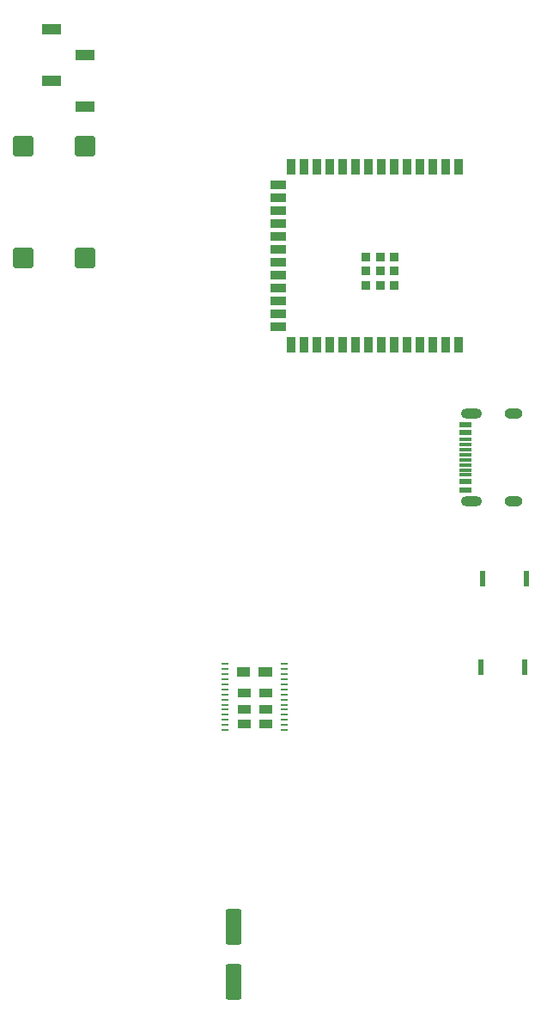
<source format=gbr>
%TF.GenerationSoftware,KiCad,Pcbnew,8.0.1*%
%TF.CreationDate,2024-04-16T22:47:58+08:00*%
%TF.ProjectId,bitaxeUltra,62697461-7865-4556-9c74-72612e6b6963,rev?*%
%TF.SameCoordinates,Original*%
%TF.FileFunction,Paste,Bot*%
%TF.FilePolarity,Positive*%
%FSLAX46Y46*%
G04 Gerber Fmt 4.6, Leading zero omitted, Abs format (unit mm)*
G04 Created by KiCad (PCBNEW 8.0.1) date 2024-04-16 22:47:58*
%MOMM*%
%LPD*%
G01*
G04 APERTURE LIST*
G04 Aperture macros list*
%AMRoundRect*
0 Rectangle with rounded corners*
0 $1 Rounding radius*
0 $2 $3 $4 $5 $6 $7 $8 $9 X,Y pos of 4 corners*
0 Add a 4 corners polygon primitive as box body*
4,1,4,$2,$3,$4,$5,$6,$7,$8,$9,$2,$3,0*
0 Add four circle primitives for the rounded corners*
1,1,$1+$1,$2,$3*
1,1,$1+$1,$4,$5*
1,1,$1+$1,$6,$7*
1,1,$1+$1,$8,$9*
0 Add four rect primitives between the rounded corners*
20,1,$1+$1,$2,$3,$4,$5,0*
20,1,$1+$1,$4,$5,$6,$7,0*
20,1,$1+$1,$6,$7,$8,$9,0*
20,1,$1+$1,$8,$9,$2,$3,0*%
G04 Aperture macros list end*
%ADD10C,0.001000*%
%ADD11R,1.900000X1.000000*%
%ADD12R,1.150000X0.600000*%
%ADD13R,1.150000X0.300000*%
%ADD14O,1.800000X1.000000*%
%ADD15O,2.100000X1.000000*%
%ADD16R,0.900000X1.500000*%
%ADD17R,1.500000X0.900000*%
%ADD18R,0.900000X0.900000*%
%ADD19R,0.792000X0.221000*%
%ADD20RoundRect,0.250000X-0.550000X1.500000X-0.550000X-1.500000X0.550000X-1.500000X0.550000X1.500000X0*%
%ADD21RoundRect,0.250000X0.750000X-0.750000X0.750000X0.750000X-0.750000X0.750000X-0.750000X-0.750000X0*%
%ADD22R,0.508000X1.524000*%
G04 APERTURE END LIST*
%TO.C,U14*%
D10*
X107242000Y-118273000D02*
X106042000Y-118273000D01*
X106042000Y-119063000D01*
X107242000Y-119063000D01*
X107242000Y-118273000D01*
G36*
X107242000Y-118273000D02*
G01*
X106042000Y-118273000D01*
X106042000Y-119063000D01*
X107242000Y-119063000D01*
X107242000Y-118273000D01*
G37*
X107242000Y-115243000D02*
X106042000Y-115243000D01*
X106042000Y-116033000D01*
X107242000Y-116033000D01*
X107242000Y-115243000D01*
G36*
X107242000Y-115243000D02*
G01*
X106042000Y-115243000D01*
X106042000Y-116033000D01*
X107242000Y-116033000D01*
X107242000Y-115243000D01*
G37*
X107222000Y-116833000D02*
X106022000Y-116833000D01*
X106022000Y-117623000D01*
X107222000Y-117623000D01*
X107222000Y-116833000D01*
G36*
X107222000Y-116833000D02*
G01*
X106022000Y-116833000D01*
X106022000Y-117623000D01*
X107222000Y-117623000D01*
X107222000Y-116833000D01*
G37*
X107192000Y-113163000D02*
X105992000Y-113163000D01*
X105992000Y-113953000D01*
X107192000Y-113953000D01*
X107192000Y-113163000D01*
G36*
X107192000Y-113163000D02*
G01*
X105992000Y-113163000D01*
X105992000Y-113953000D01*
X107192000Y-113953000D01*
X107192000Y-113163000D01*
G37*
X105112000Y-118268000D02*
X103912000Y-118268000D01*
X103912000Y-119058000D01*
X105112000Y-119058000D01*
X105112000Y-118268000D01*
G36*
X105112000Y-118268000D02*
G01*
X103912000Y-118268000D01*
X103912000Y-119058000D01*
X105112000Y-119058000D01*
X105112000Y-118268000D01*
G37*
X105112000Y-115238000D02*
X103912000Y-115238000D01*
X103912000Y-116028000D01*
X105112000Y-116028000D01*
X105112000Y-115238000D01*
G36*
X105112000Y-115238000D02*
G01*
X103912000Y-115238000D01*
X103912000Y-116028000D01*
X105112000Y-116028000D01*
X105112000Y-115238000D01*
G37*
X105092000Y-116828000D02*
X103892000Y-116828000D01*
X103892000Y-117618000D01*
X105092000Y-117618000D01*
X105092000Y-116828000D01*
G36*
X105092000Y-116828000D02*
G01*
X103892000Y-116828000D01*
X103892000Y-117618000D01*
X105092000Y-117618000D01*
X105092000Y-116828000D01*
G37*
X105062000Y-113158000D02*
X103862000Y-113158000D01*
X103862000Y-113948000D01*
X105062000Y-113948000D01*
X105062000Y-113158000D01*
G36*
X105062000Y-113158000D02*
G01*
X103862000Y-113158000D01*
X103862000Y-113948000D01*
X105062000Y-113948000D01*
X105062000Y-113158000D01*
G37*
%TD*%
D11*
%TO.C,J9*%
X85555000Y-50280000D03*
X88855000Y-52820000D03*
X85555000Y-55360000D03*
X88855000Y-57900000D03*
%TD*%
D12*
%TO.C,J8*%
X126368000Y-89256000D03*
X126368000Y-90056000D03*
D13*
X126368000Y-91206000D03*
X126368000Y-92206000D03*
X126368000Y-92706000D03*
X126368000Y-93706000D03*
D12*
X126368000Y-94856000D03*
X126368000Y-95656000D03*
X126368000Y-95656000D03*
X126368000Y-94856000D03*
D13*
X126368000Y-94206000D03*
X126368000Y-93206000D03*
X126368000Y-91706000D03*
X126368000Y-90706000D03*
D12*
X126368000Y-90056000D03*
X126368000Y-89256000D03*
D14*
X131123000Y-88136000D03*
D15*
X126943000Y-88136000D03*
D14*
X131123000Y-96776000D03*
D15*
X126943000Y-96776000D03*
%TD*%
D16*
%TO.C,U12*%
X125690000Y-81360000D03*
X124420000Y-81360000D03*
X123150000Y-81360000D03*
X121880000Y-81360000D03*
X120610000Y-81360000D03*
X119340000Y-81360000D03*
X118070000Y-81360000D03*
X116800000Y-81360000D03*
X115530000Y-81360000D03*
X114260000Y-81360000D03*
X112990000Y-81360000D03*
X111720000Y-81360000D03*
X110450000Y-81360000D03*
X109180000Y-81360000D03*
D17*
X107930000Y-79595000D03*
X107930000Y-78325000D03*
X107930000Y-77055000D03*
X107930000Y-75785000D03*
X107930000Y-74515000D03*
X107930000Y-73245000D03*
X107930000Y-71975000D03*
X107930000Y-70705000D03*
X107930000Y-69435000D03*
X107930000Y-68165000D03*
X107930000Y-66895000D03*
X107930000Y-65625000D03*
D16*
X109180000Y-63860000D03*
X110450000Y-63860000D03*
X111720000Y-63860000D03*
X112990000Y-63860000D03*
X114260000Y-63860000D03*
X115530000Y-63860000D03*
X116800000Y-63860000D03*
X118070000Y-63860000D03*
X119340000Y-63860000D03*
X120610000Y-63860000D03*
X121880000Y-63860000D03*
X123150000Y-63860000D03*
X124420000Y-63860000D03*
X125690000Y-63860000D03*
D18*
X116570000Y-75510000D03*
X117970000Y-75510000D03*
X119370000Y-75510000D03*
X116570000Y-74110000D03*
X117970000Y-74110000D03*
X119370000Y-74110000D03*
X116570000Y-72710000D03*
X117970000Y-72710000D03*
X119370000Y-72710000D03*
%TD*%
D19*
%TO.C,U14*%
X108528000Y-112805000D03*
X108528000Y-113307000D03*
X108528000Y-113809000D03*
X108528000Y-114311000D03*
X108528000Y-114813000D03*
X108528000Y-115315000D03*
X108528000Y-115817000D03*
X108528000Y-116319000D03*
X108528000Y-116821000D03*
X108528000Y-117323000D03*
X108528000Y-117825000D03*
X108528000Y-118327000D03*
X108528000Y-118829000D03*
X108528000Y-119331000D03*
X102696000Y-119318000D03*
X102696000Y-118818000D03*
X102696000Y-118318000D03*
X102696000Y-117818000D03*
X102696000Y-117318000D03*
X102696000Y-116821000D03*
X102696000Y-116318000D03*
X102696000Y-115817000D03*
X102696000Y-115315000D03*
X102696000Y-114813000D03*
X102696000Y-114311000D03*
X102696000Y-113818000D03*
X102696000Y-113307000D03*
X102696000Y-112818000D03*
%TD*%
D20*
%TO.C,C28*%
X103490000Y-138720000D03*
X103490000Y-144120000D03*
%TD*%
D21*
%TO.C,J1*%
X82750000Y-72850000D03*
X88900000Y-72850000D03*
X82750000Y-61850000D03*
X88900000Y-61850000D03*
%TD*%
D22*
%TO.C,SW1*%
X132345000Y-104448000D03*
X128027000Y-104448000D03*
%TD*%
%TO.C,SW2*%
X132241000Y-113155000D03*
X127923000Y-113155000D03*
%TD*%
M02*

</source>
